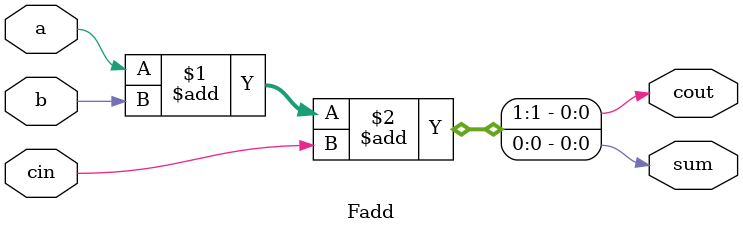
<source format=v>
module top_module( 
    input [2:0] a, b,
    input cin,
    output [2:0] cout,
    output [2:0] sum );
    genvar i;
    generate
        for (i = 0;i < 3 ;i = i+1 ) begin : adder3
            if (i == 0) begin
                Fadd inst (.a(a[i]),.b(b[i]),.cin(cin),.cout(cout[i]),.sum(sum[i]));
            end
            else begin
                Fadd inst (.a(a[i]),.b(b[i]),.cin(cout[i-1]),.cout(cout[i]),.sum(sum[i]));
            end
        end
    endgenerate
endmodule

module Fadd( 
    input a, b, cin,
    output cout, sum );
    assign {cout,sum} = a+b+cin;
endmodule
</source>
